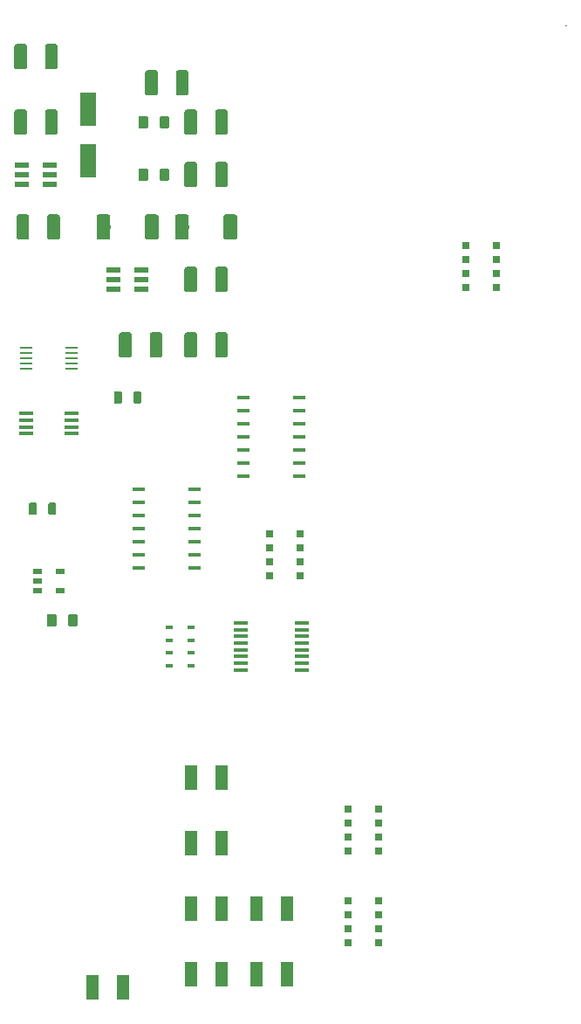
<source format=gbr>
G04 #@! TF.GenerationSoftware,KiCad,Pcbnew,(5.0.1)-3*
G04 #@! TF.CreationDate,2019-01-05T12:05:47+10:00*
G04 #@! TF.ProjectId,stmsplat1,73746D73706C6174312E6B696361645F,rev?*
G04 #@! TF.SameCoordinates,Original*
G04 #@! TF.FileFunction,Paste,Top*
G04 #@! TF.FilePolarity,Positive*
%FSLAX46Y46*%
G04 Gerber Fmt 4.6, Leading zero omitted, Abs format (unit mm)*
G04 Created by KiCad (PCBNEW (5.0.1)-3) date 05/01/2019 12:05:47*
%MOMM*%
%LPD*%
G01*
G04 APERTURE LIST*
%ADD10C,0.200000*%
%ADD11R,1.458400X0.548400*%
%ADD12R,1.348400X0.348400*%
%ADD13C,0.100000*%
%ADD14C,1.221800*%
%ADD15C,1.321800*%
%ADD16C,0.946800*%
%ADD17R,0.958400X0.548400*%
%ADD18R,0.798400X0.798400*%
%ADD19R,1.296800X2.396800*%
%ADD20R,1.596800X3.296800*%
%ADD21R,0.746800X0.346800*%
%ADD22R,1.296800X0.396800*%
%ADD23R,1.398400X0.348400*%
%ADD24R,1.298400X0.198400*%
%ADD25C,0.771800*%
G04 APERTURE END LIST*
D10*
X125100000Y-33800000D02*
X125090000Y-33790000D01*
D11*
G04 #@! TO.C,U9*
X72310000Y-47310000D03*
X72310000Y-48260000D03*
X72310000Y-49210000D03*
X75010000Y-49210000D03*
X75010000Y-47310000D03*
X75010000Y-48260000D03*
G04 #@! TD*
D12*
G04 #@! TO.C,U5*
X77130000Y-71415000D03*
X77130000Y-72065000D03*
X77130000Y-72715000D03*
X77130000Y-73365000D03*
X72730000Y-73365000D03*
X72730000Y-72715000D03*
X72730000Y-72065000D03*
X72730000Y-71415000D03*
G04 #@! TD*
D13*
G04 #@! TO.C,R1*
G36*
X72590059Y-35607632D02*
X72610867Y-35610719D01*
X72631272Y-35615830D01*
X72651078Y-35622916D01*
X72670093Y-35631910D01*
X72688136Y-35642725D01*
X72705032Y-35655255D01*
X72720618Y-35669382D01*
X72734745Y-35684968D01*
X72747275Y-35701864D01*
X72758090Y-35719907D01*
X72767084Y-35738922D01*
X72774170Y-35758728D01*
X72779281Y-35779133D01*
X72782368Y-35799941D01*
X72783400Y-35820951D01*
X72783400Y-37839049D01*
X72782368Y-37860059D01*
X72779281Y-37880867D01*
X72774170Y-37901272D01*
X72767084Y-37921078D01*
X72758090Y-37940093D01*
X72747275Y-37958136D01*
X72734745Y-37975032D01*
X72720618Y-37990618D01*
X72705032Y-38004745D01*
X72688136Y-38017275D01*
X72670093Y-38028090D01*
X72651078Y-38037084D01*
X72631272Y-38044170D01*
X72610867Y-38049281D01*
X72590059Y-38052368D01*
X72569049Y-38053400D01*
X71775951Y-38053400D01*
X71754941Y-38052368D01*
X71734133Y-38049281D01*
X71713728Y-38044170D01*
X71693922Y-38037084D01*
X71674907Y-38028090D01*
X71656864Y-38017275D01*
X71639968Y-38004745D01*
X71624382Y-37990618D01*
X71610255Y-37975032D01*
X71597725Y-37958136D01*
X71586910Y-37940093D01*
X71577916Y-37921078D01*
X71570830Y-37901272D01*
X71565719Y-37880867D01*
X71562632Y-37860059D01*
X71561600Y-37839049D01*
X71561600Y-35820951D01*
X71562632Y-35799941D01*
X71565719Y-35779133D01*
X71570830Y-35758728D01*
X71577916Y-35738922D01*
X71586910Y-35719907D01*
X71597725Y-35701864D01*
X71610255Y-35684968D01*
X71624382Y-35669382D01*
X71639968Y-35655255D01*
X71656864Y-35642725D01*
X71674907Y-35631910D01*
X71693922Y-35622916D01*
X71713728Y-35615830D01*
X71734133Y-35610719D01*
X71754941Y-35607632D01*
X71775951Y-35606600D01*
X72569049Y-35606600D01*
X72590059Y-35607632D01*
X72590059Y-35607632D01*
G37*
D14*
X72172500Y-36830000D03*
D13*
G36*
X75565059Y-35607632D02*
X75585867Y-35610719D01*
X75606272Y-35615830D01*
X75626078Y-35622916D01*
X75645093Y-35631910D01*
X75663136Y-35642725D01*
X75680032Y-35655255D01*
X75695618Y-35669382D01*
X75709745Y-35684968D01*
X75722275Y-35701864D01*
X75733090Y-35719907D01*
X75742084Y-35738922D01*
X75749170Y-35758728D01*
X75754281Y-35779133D01*
X75757368Y-35799941D01*
X75758400Y-35820951D01*
X75758400Y-37839049D01*
X75757368Y-37860059D01*
X75754281Y-37880867D01*
X75749170Y-37901272D01*
X75742084Y-37921078D01*
X75733090Y-37940093D01*
X75722275Y-37958136D01*
X75709745Y-37975032D01*
X75695618Y-37990618D01*
X75680032Y-38004745D01*
X75663136Y-38017275D01*
X75645093Y-38028090D01*
X75626078Y-38037084D01*
X75606272Y-38044170D01*
X75585867Y-38049281D01*
X75565059Y-38052368D01*
X75544049Y-38053400D01*
X74750951Y-38053400D01*
X74729941Y-38052368D01*
X74709133Y-38049281D01*
X74688728Y-38044170D01*
X74668922Y-38037084D01*
X74649907Y-38028090D01*
X74631864Y-38017275D01*
X74614968Y-38004745D01*
X74599382Y-37990618D01*
X74585255Y-37975032D01*
X74572725Y-37958136D01*
X74561910Y-37940093D01*
X74552916Y-37921078D01*
X74545830Y-37901272D01*
X74540719Y-37880867D01*
X74537632Y-37860059D01*
X74536600Y-37839049D01*
X74536600Y-35820951D01*
X74537632Y-35799941D01*
X74540719Y-35779133D01*
X74545830Y-35758728D01*
X74552916Y-35738922D01*
X74561910Y-35719907D01*
X74572725Y-35701864D01*
X74585255Y-35684968D01*
X74599382Y-35669382D01*
X74614968Y-35655255D01*
X74631864Y-35642725D01*
X74649907Y-35631910D01*
X74668922Y-35622916D01*
X74688728Y-35615830D01*
X74709133Y-35610719D01*
X74729941Y-35607632D01*
X74750951Y-35606600D01*
X75544049Y-35606600D01*
X75565059Y-35607632D01*
X75565059Y-35607632D01*
G37*
D14*
X75147500Y-36830000D03*
G04 #@! TD*
D13*
G04 #@! TO.C,R4*
G36*
X80677952Y-52117643D02*
X80698987Y-52120764D01*
X80719614Y-52125930D01*
X80739636Y-52133094D01*
X80758859Y-52142186D01*
X80777098Y-52153118D01*
X80794178Y-52165786D01*
X80809934Y-52180066D01*
X80824214Y-52195822D01*
X80836882Y-52212902D01*
X80847814Y-52231141D01*
X80856906Y-52250364D01*
X80864070Y-52270386D01*
X80869236Y-52291013D01*
X80872357Y-52312048D01*
X80873400Y-52333287D01*
X80873400Y-54346713D01*
X80872357Y-54367952D01*
X80869236Y-54388987D01*
X80864070Y-54409614D01*
X80856906Y-54429636D01*
X80847814Y-54448859D01*
X80836882Y-54467098D01*
X80824214Y-54484178D01*
X80809934Y-54499934D01*
X80794178Y-54514214D01*
X80777098Y-54526882D01*
X80758859Y-54537814D01*
X80739636Y-54546906D01*
X80719614Y-54554070D01*
X80698987Y-54559236D01*
X80677952Y-54562357D01*
X80656713Y-54563400D01*
X79768287Y-54563400D01*
X79747048Y-54562357D01*
X79726013Y-54559236D01*
X79705386Y-54554070D01*
X79685364Y-54546906D01*
X79666141Y-54537814D01*
X79647902Y-54526882D01*
X79630822Y-54514214D01*
X79615066Y-54499934D01*
X79600786Y-54484178D01*
X79588118Y-54467098D01*
X79577186Y-54448859D01*
X79568094Y-54429636D01*
X79560930Y-54409614D01*
X79555764Y-54388987D01*
X79552643Y-54367952D01*
X79551600Y-54346713D01*
X79551600Y-52333287D01*
X79552643Y-52312048D01*
X79555764Y-52291013D01*
X79560930Y-52270386D01*
X79568094Y-52250364D01*
X79577186Y-52231141D01*
X79588118Y-52212902D01*
X79600786Y-52195822D01*
X79615066Y-52180066D01*
X79630822Y-52165786D01*
X79647902Y-52153118D01*
X79666141Y-52142186D01*
X79685364Y-52133094D01*
X79705386Y-52125930D01*
X79726013Y-52120764D01*
X79747048Y-52117643D01*
X79768287Y-52116600D01*
X80656713Y-52116600D01*
X80677952Y-52117643D01*
X80677952Y-52117643D01*
G37*
D15*
X80212500Y-53340000D03*
D13*
G36*
X85352952Y-52117643D02*
X85373987Y-52120764D01*
X85394614Y-52125930D01*
X85414636Y-52133094D01*
X85433859Y-52142186D01*
X85452098Y-52153118D01*
X85469178Y-52165786D01*
X85484934Y-52180066D01*
X85499214Y-52195822D01*
X85511882Y-52212902D01*
X85522814Y-52231141D01*
X85531906Y-52250364D01*
X85539070Y-52270386D01*
X85544236Y-52291013D01*
X85547357Y-52312048D01*
X85548400Y-52333287D01*
X85548400Y-54346713D01*
X85547357Y-54367952D01*
X85544236Y-54388987D01*
X85539070Y-54409614D01*
X85531906Y-54429636D01*
X85522814Y-54448859D01*
X85511882Y-54467098D01*
X85499214Y-54484178D01*
X85484934Y-54499934D01*
X85469178Y-54514214D01*
X85452098Y-54526882D01*
X85433859Y-54537814D01*
X85414636Y-54546906D01*
X85394614Y-54554070D01*
X85373987Y-54559236D01*
X85352952Y-54562357D01*
X85331713Y-54563400D01*
X84443287Y-54563400D01*
X84422048Y-54562357D01*
X84401013Y-54559236D01*
X84380386Y-54554070D01*
X84360364Y-54546906D01*
X84341141Y-54537814D01*
X84322902Y-54526882D01*
X84305822Y-54514214D01*
X84290066Y-54499934D01*
X84275786Y-54484178D01*
X84263118Y-54467098D01*
X84252186Y-54448859D01*
X84243094Y-54429636D01*
X84235930Y-54409614D01*
X84230764Y-54388987D01*
X84227643Y-54367952D01*
X84226600Y-54346713D01*
X84226600Y-52333287D01*
X84227643Y-52312048D01*
X84230764Y-52291013D01*
X84235930Y-52270386D01*
X84243094Y-52250364D01*
X84252186Y-52231141D01*
X84263118Y-52212902D01*
X84275786Y-52195822D01*
X84290066Y-52180066D01*
X84305822Y-52165786D01*
X84322902Y-52153118D01*
X84341141Y-52142186D01*
X84360364Y-52133094D01*
X84380386Y-52125930D01*
X84401013Y-52120764D01*
X84422048Y-52117643D01*
X84443287Y-52116600D01*
X85331713Y-52116600D01*
X85352952Y-52117643D01*
X85352952Y-52117643D01*
G37*
D15*
X84887500Y-53340000D03*
G04 #@! TD*
D13*
G04 #@! TO.C,R5*
G36*
X88297952Y-52117643D02*
X88318987Y-52120764D01*
X88339614Y-52125930D01*
X88359636Y-52133094D01*
X88378859Y-52142186D01*
X88397098Y-52153118D01*
X88414178Y-52165786D01*
X88429934Y-52180066D01*
X88444214Y-52195822D01*
X88456882Y-52212902D01*
X88467814Y-52231141D01*
X88476906Y-52250364D01*
X88484070Y-52270386D01*
X88489236Y-52291013D01*
X88492357Y-52312048D01*
X88493400Y-52333287D01*
X88493400Y-54346713D01*
X88492357Y-54367952D01*
X88489236Y-54388987D01*
X88484070Y-54409614D01*
X88476906Y-54429636D01*
X88467814Y-54448859D01*
X88456882Y-54467098D01*
X88444214Y-54484178D01*
X88429934Y-54499934D01*
X88414178Y-54514214D01*
X88397098Y-54526882D01*
X88378859Y-54537814D01*
X88359636Y-54546906D01*
X88339614Y-54554070D01*
X88318987Y-54559236D01*
X88297952Y-54562357D01*
X88276713Y-54563400D01*
X87388287Y-54563400D01*
X87367048Y-54562357D01*
X87346013Y-54559236D01*
X87325386Y-54554070D01*
X87305364Y-54546906D01*
X87286141Y-54537814D01*
X87267902Y-54526882D01*
X87250822Y-54514214D01*
X87235066Y-54499934D01*
X87220786Y-54484178D01*
X87208118Y-54467098D01*
X87197186Y-54448859D01*
X87188094Y-54429636D01*
X87180930Y-54409614D01*
X87175764Y-54388987D01*
X87172643Y-54367952D01*
X87171600Y-54346713D01*
X87171600Y-52333287D01*
X87172643Y-52312048D01*
X87175764Y-52291013D01*
X87180930Y-52270386D01*
X87188094Y-52250364D01*
X87197186Y-52231141D01*
X87208118Y-52212902D01*
X87220786Y-52195822D01*
X87235066Y-52180066D01*
X87250822Y-52165786D01*
X87267902Y-52153118D01*
X87286141Y-52142186D01*
X87305364Y-52133094D01*
X87325386Y-52125930D01*
X87346013Y-52120764D01*
X87367048Y-52117643D01*
X87388287Y-52116600D01*
X88276713Y-52116600D01*
X88297952Y-52117643D01*
X88297952Y-52117643D01*
G37*
D15*
X87832500Y-53340000D03*
D13*
G36*
X92972952Y-52117643D02*
X92993987Y-52120764D01*
X93014614Y-52125930D01*
X93034636Y-52133094D01*
X93053859Y-52142186D01*
X93072098Y-52153118D01*
X93089178Y-52165786D01*
X93104934Y-52180066D01*
X93119214Y-52195822D01*
X93131882Y-52212902D01*
X93142814Y-52231141D01*
X93151906Y-52250364D01*
X93159070Y-52270386D01*
X93164236Y-52291013D01*
X93167357Y-52312048D01*
X93168400Y-52333287D01*
X93168400Y-54346713D01*
X93167357Y-54367952D01*
X93164236Y-54388987D01*
X93159070Y-54409614D01*
X93151906Y-54429636D01*
X93142814Y-54448859D01*
X93131882Y-54467098D01*
X93119214Y-54484178D01*
X93104934Y-54499934D01*
X93089178Y-54514214D01*
X93072098Y-54526882D01*
X93053859Y-54537814D01*
X93034636Y-54546906D01*
X93014614Y-54554070D01*
X92993987Y-54559236D01*
X92972952Y-54562357D01*
X92951713Y-54563400D01*
X92063287Y-54563400D01*
X92042048Y-54562357D01*
X92021013Y-54559236D01*
X92000386Y-54554070D01*
X91980364Y-54546906D01*
X91961141Y-54537814D01*
X91942902Y-54526882D01*
X91925822Y-54514214D01*
X91910066Y-54499934D01*
X91895786Y-54484178D01*
X91883118Y-54467098D01*
X91872186Y-54448859D01*
X91863094Y-54429636D01*
X91855930Y-54409614D01*
X91850764Y-54388987D01*
X91847643Y-54367952D01*
X91846600Y-54346713D01*
X91846600Y-52333287D01*
X91847643Y-52312048D01*
X91850764Y-52291013D01*
X91855930Y-52270386D01*
X91863094Y-52250364D01*
X91872186Y-52231141D01*
X91883118Y-52212902D01*
X91895786Y-52195822D01*
X91910066Y-52180066D01*
X91925822Y-52165786D01*
X91942902Y-52153118D01*
X91961141Y-52142186D01*
X91980364Y-52133094D01*
X92000386Y-52125930D01*
X92021013Y-52120764D01*
X92042048Y-52117643D01*
X92063287Y-52116600D01*
X92951713Y-52116600D01*
X92972952Y-52117643D01*
X92972952Y-52117643D01*
G37*
D15*
X92507500Y-53340000D03*
G04 #@! TD*
D13*
G04 #@! TO.C,C20*
G36*
X77512749Y-90842591D02*
X77532729Y-90845555D01*
X77552323Y-90850463D01*
X77571341Y-90857267D01*
X77589600Y-90865904D01*
X77606925Y-90876288D01*
X77623149Y-90888320D01*
X77638115Y-90901885D01*
X77651680Y-90916851D01*
X77663712Y-90933075D01*
X77674096Y-90950400D01*
X77682733Y-90968659D01*
X77689537Y-90987677D01*
X77694445Y-91007271D01*
X77697409Y-91027251D01*
X77698400Y-91047425D01*
X77698400Y-91832575D01*
X77697409Y-91852749D01*
X77694445Y-91872729D01*
X77689537Y-91892323D01*
X77682733Y-91911341D01*
X77674096Y-91929600D01*
X77663712Y-91946925D01*
X77651680Y-91963149D01*
X77638115Y-91978115D01*
X77623149Y-91991680D01*
X77606925Y-92003712D01*
X77589600Y-92014096D01*
X77571341Y-92022733D01*
X77552323Y-92029537D01*
X77532729Y-92034445D01*
X77512749Y-92037409D01*
X77492575Y-92038400D01*
X76957425Y-92038400D01*
X76937251Y-92037409D01*
X76917271Y-92034445D01*
X76897677Y-92029537D01*
X76878659Y-92022733D01*
X76860400Y-92014096D01*
X76843075Y-92003712D01*
X76826851Y-91991680D01*
X76811885Y-91978115D01*
X76798320Y-91963149D01*
X76786288Y-91946925D01*
X76775904Y-91929600D01*
X76767267Y-91911341D01*
X76760463Y-91892323D01*
X76755555Y-91872729D01*
X76752591Y-91852749D01*
X76751600Y-91832575D01*
X76751600Y-91047425D01*
X76752591Y-91027251D01*
X76755555Y-91007271D01*
X76760463Y-90987677D01*
X76767267Y-90968659D01*
X76775904Y-90950400D01*
X76786288Y-90933075D01*
X76798320Y-90916851D01*
X76811885Y-90901885D01*
X76826851Y-90888320D01*
X76843075Y-90876288D01*
X76860400Y-90865904D01*
X76878659Y-90857267D01*
X76897677Y-90850463D01*
X76917271Y-90845555D01*
X76937251Y-90842591D01*
X76957425Y-90841600D01*
X77492575Y-90841600D01*
X77512749Y-90842591D01*
X77512749Y-90842591D01*
G37*
D16*
X77225000Y-91440000D03*
D13*
G36*
X75462749Y-90842591D02*
X75482729Y-90845555D01*
X75502323Y-90850463D01*
X75521341Y-90857267D01*
X75539600Y-90865904D01*
X75556925Y-90876288D01*
X75573149Y-90888320D01*
X75588115Y-90901885D01*
X75601680Y-90916851D01*
X75613712Y-90933075D01*
X75624096Y-90950400D01*
X75632733Y-90968659D01*
X75639537Y-90987677D01*
X75644445Y-91007271D01*
X75647409Y-91027251D01*
X75648400Y-91047425D01*
X75648400Y-91832575D01*
X75647409Y-91852749D01*
X75644445Y-91872729D01*
X75639537Y-91892323D01*
X75632733Y-91911341D01*
X75624096Y-91929600D01*
X75613712Y-91946925D01*
X75601680Y-91963149D01*
X75588115Y-91978115D01*
X75573149Y-91991680D01*
X75556925Y-92003712D01*
X75539600Y-92014096D01*
X75521341Y-92022733D01*
X75502323Y-92029537D01*
X75482729Y-92034445D01*
X75462749Y-92037409D01*
X75442575Y-92038400D01*
X74907425Y-92038400D01*
X74887251Y-92037409D01*
X74867271Y-92034445D01*
X74847677Y-92029537D01*
X74828659Y-92022733D01*
X74810400Y-92014096D01*
X74793075Y-92003712D01*
X74776851Y-91991680D01*
X74761885Y-91978115D01*
X74748320Y-91963149D01*
X74736288Y-91946925D01*
X74725904Y-91929600D01*
X74717267Y-91911341D01*
X74710463Y-91892323D01*
X74705555Y-91872729D01*
X74702591Y-91852749D01*
X74701600Y-91832575D01*
X74701600Y-91047425D01*
X74702591Y-91027251D01*
X74705555Y-91007271D01*
X74710463Y-90987677D01*
X74717267Y-90968659D01*
X74725904Y-90950400D01*
X74736288Y-90933075D01*
X74748320Y-90916851D01*
X74761885Y-90901885D01*
X74776851Y-90888320D01*
X74793075Y-90876288D01*
X74810400Y-90865904D01*
X74828659Y-90857267D01*
X74847677Y-90850463D01*
X74867271Y-90845555D01*
X74887251Y-90842591D01*
X74907425Y-90841600D01*
X75442575Y-90841600D01*
X75462749Y-90842591D01*
X75462749Y-90842591D01*
G37*
D16*
X75175000Y-91440000D03*
G04 #@! TD*
D17*
G04 #@! TO.C,U12*
X73830000Y-86680000D03*
X73830000Y-87630000D03*
X73830000Y-88580000D03*
X76030000Y-88580000D03*
X76030000Y-86680000D03*
G04 #@! TD*
D18*
G04 #@! TO.C,RN4*
X115340000Y-55150000D03*
X115340000Y-59150000D03*
X115340000Y-56490000D03*
X115340000Y-57810000D03*
X118340000Y-56490000D03*
X118340000Y-55150000D03*
X118340000Y-59150000D03*
X118340000Y-57810000D03*
G04 #@! TD*
D19*
G04 #@! TO.C,D8*
X79145000Y-127000000D03*
X82145000Y-127000000D03*
G04 #@! TD*
D20*
G04 #@! TO.C,D7*
X78740000Y-46950000D03*
X78740000Y-41950000D03*
G04 #@! TD*
D19*
G04 #@! TO.C,D1*
X88670000Y-106680000D03*
X91670000Y-106680000D03*
G04 #@! TD*
G04 #@! TO.C,D2*
X91670000Y-113030000D03*
X88670000Y-113030000D03*
G04 #@! TD*
G04 #@! TO.C,D5*
X95020000Y-119380000D03*
X98020000Y-119380000D03*
G04 #@! TD*
G04 #@! TO.C,D6*
X98020000Y-125730000D03*
X95020000Y-125730000D03*
G04 #@! TD*
D18*
G04 #@! TO.C,RN2*
X106910000Y-121310000D03*
X106910000Y-122650000D03*
X106910000Y-118650000D03*
X106910000Y-119990000D03*
X103910000Y-121310000D03*
X103910000Y-119990000D03*
X103910000Y-122650000D03*
X103910000Y-118650000D03*
G04 #@! TD*
G04 #@! TO.C,RN3*
X103910000Y-109760000D03*
X103910000Y-113760000D03*
X103910000Y-111100000D03*
X103910000Y-112420000D03*
X106910000Y-111100000D03*
X106910000Y-109760000D03*
X106910000Y-113760000D03*
X106910000Y-112420000D03*
G04 #@! TD*
D19*
G04 #@! TO.C,D4*
X91670000Y-125730000D03*
X88670000Y-125730000D03*
G04 #@! TD*
G04 #@! TO.C,D3*
X88670000Y-119380000D03*
X91670000Y-119380000D03*
G04 #@! TD*
D21*
G04 #@! TO.C,U10*
X86555000Y-95855000D03*
X86555000Y-92105000D03*
X86555000Y-93355000D03*
X86555000Y-94605000D03*
X88705000Y-92105000D03*
X88705000Y-93355000D03*
X88705000Y-94605000D03*
X88705000Y-95855000D03*
G04 #@! TD*
D13*
G04 #@! TO.C,C11*
G36*
X92075059Y-57197632D02*
X92095867Y-57200719D01*
X92116272Y-57205830D01*
X92136078Y-57212916D01*
X92155093Y-57221910D01*
X92173136Y-57232725D01*
X92190032Y-57245255D01*
X92205618Y-57259382D01*
X92219745Y-57274968D01*
X92232275Y-57291864D01*
X92243090Y-57309907D01*
X92252084Y-57328922D01*
X92259170Y-57348728D01*
X92264281Y-57369133D01*
X92267368Y-57389941D01*
X92268400Y-57410951D01*
X92268400Y-59429049D01*
X92267368Y-59450059D01*
X92264281Y-59470867D01*
X92259170Y-59491272D01*
X92252084Y-59511078D01*
X92243090Y-59530093D01*
X92232275Y-59548136D01*
X92219745Y-59565032D01*
X92205618Y-59580618D01*
X92190032Y-59594745D01*
X92173136Y-59607275D01*
X92155093Y-59618090D01*
X92136078Y-59627084D01*
X92116272Y-59634170D01*
X92095867Y-59639281D01*
X92075059Y-59642368D01*
X92054049Y-59643400D01*
X91260951Y-59643400D01*
X91239941Y-59642368D01*
X91219133Y-59639281D01*
X91198728Y-59634170D01*
X91178922Y-59627084D01*
X91159907Y-59618090D01*
X91141864Y-59607275D01*
X91124968Y-59594745D01*
X91109382Y-59580618D01*
X91095255Y-59565032D01*
X91082725Y-59548136D01*
X91071910Y-59530093D01*
X91062916Y-59511078D01*
X91055830Y-59491272D01*
X91050719Y-59470867D01*
X91047632Y-59450059D01*
X91046600Y-59429049D01*
X91046600Y-57410951D01*
X91047632Y-57389941D01*
X91050719Y-57369133D01*
X91055830Y-57348728D01*
X91062916Y-57328922D01*
X91071910Y-57309907D01*
X91082725Y-57291864D01*
X91095255Y-57274968D01*
X91109382Y-57259382D01*
X91124968Y-57245255D01*
X91141864Y-57232725D01*
X91159907Y-57221910D01*
X91178922Y-57212916D01*
X91198728Y-57205830D01*
X91219133Y-57200719D01*
X91239941Y-57197632D01*
X91260951Y-57196600D01*
X92054049Y-57196600D01*
X92075059Y-57197632D01*
X92075059Y-57197632D01*
G37*
D14*
X91657500Y-58420000D03*
D13*
G36*
X89100059Y-57197632D02*
X89120867Y-57200719D01*
X89141272Y-57205830D01*
X89161078Y-57212916D01*
X89180093Y-57221910D01*
X89198136Y-57232725D01*
X89215032Y-57245255D01*
X89230618Y-57259382D01*
X89244745Y-57274968D01*
X89257275Y-57291864D01*
X89268090Y-57309907D01*
X89277084Y-57328922D01*
X89284170Y-57348728D01*
X89289281Y-57369133D01*
X89292368Y-57389941D01*
X89293400Y-57410951D01*
X89293400Y-59429049D01*
X89292368Y-59450059D01*
X89289281Y-59470867D01*
X89284170Y-59491272D01*
X89277084Y-59511078D01*
X89268090Y-59530093D01*
X89257275Y-59548136D01*
X89244745Y-59565032D01*
X89230618Y-59580618D01*
X89215032Y-59594745D01*
X89198136Y-59607275D01*
X89180093Y-59618090D01*
X89161078Y-59627084D01*
X89141272Y-59634170D01*
X89120867Y-59639281D01*
X89100059Y-59642368D01*
X89079049Y-59643400D01*
X88285951Y-59643400D01*
X88264941Y-59642368D01*
X88244133Y-59639281D01*
X88223728Y-59634170D01*
X88203922Y-59627084D01*
X88184907Y-59618090D01*
X88166864Y-59607275D01*
X88149968Y-59594745D01*
X88134382Y-59580618D01*
X88120255Y-59565032D01*
X88107725Y-59548136D01*
X88096910Y-59530093D01*
X88087916Y-59511078D01*
X88080830Y-59491272D01*
X88075719Y-59470867D01*
X88072632Y-59450059D01*
X88071600Y-59429049D01*
X88071600Y-57410951D01*
X88072632Y-57389941D01*
X88075719Y-57369133D01*
X88080830Y-57348728D01*
X88087916Y-57328922D01*
X88096910Y-57309907D01*
X88107725Y-57291864D01*
X88120255Y-57274968D01*
X88134382Y-57259382D01*
X88149968Y-57245255D01*
X88166864Y-57232725D01*
X88184907Y-57221910D01*
X88203922Y-57212916D01*
X88223728Y-57205830D01*
X88244133Y-57200719D01*
X88264941Y-57197632D01*
X88285951Y-57196600D01*
X89079049Y-57196600D01*
X89100059Y-57197632D01*
X89100059Y-57197632D01*
G37*
D14*
X88682500Y-58420000D03*
G04 #@! TD*
D13*
G04 #@! TO.C,C10*
G36*
X88265059Y-38147632D02*
X88285867Y-38150719D01*
X88306272Y-38155830D01*
X88326078Y-38162916D01*
X88345093Y-38171910D01*
X88363136Y-38182725D01*
X88380032Y-38195255D01*
X88395618Y-38209382D01*
X88409745Y-38224968D01*
X88422275Y-38241864D01*
X88433090Y-38259907D01*
X88442084Y-38278922D01*
X88449170Y-38298728D01*
X88454281Y-38319133D01*
X88457368Y-38339941D01*
X88458400Y-38360951D01*
X88458400Y-40379049D01*
X88457368Y-40400059D01*
X88454281Y-40420867D01*
X88449170Y-40441272D01*
X88442084Y-40461078D01*
X88433090Y-40480093D01*
X88422275Y-40498136D01*
X88409745Y-40515032D01*
X88395618Y-40530618D01*
X88380032Y-40544745D01*
X88363136Y-40557275D01*
X88345093Y-40568090D01*
X88326078Y-40577084D01*
X88306272Y-40584170D01*
X88285867Y-40589281D01*
X88265059Y-40592368D01*
X88244049Y-40593400D01*
X87450951Y-40593400D01*
X87429941Y-40592368D01*
X87409133Y-40589281D01*
X87388728Y-40584170D01*
X87368922Y-40577084D01*
X87349907Y-40568090D01*
X87331864Y-40557275D01*
X87314968Y-40544745D01*
X87299382Y-40530618D01*
X87285255Y-40515032D01*
X87272725Y-40498136D01*
X87261910Y-40480093D01*
X87252916Y-40461078D01*
X87245830Y-40441272D01*
X87240719Y-40420867D01*
X87237632Y-40400059D01*
X87236600Y-40379049D01*
X87236600Y-38360951D01*
X87237632Y-38339941D01*
X87240719Y-38319133D01*
X87245830Y-38298728D01*
X87252916Y-38278922D01*
X87261910Y-38259907D01*
X87272725Y-38241864D01*
X87285255Y-38224968D01*
X87299382Y-38209382D01*
X87314968Y-38195255D01*
X87331864Y-38182725D01*
X87349907Y-38171910D01*
X87368922Y-38162916D01*
X87388728Y-38155830D01*
X87409133Y-38150719D01*
X87429941Y-38147632D01*
X87450951Y-38146600D01*
X88244049Y-38146600D01*
X88265059Y-38147632D01*
X88265059Y-38147632D01*
G37*
D14*
X87847500Y-39370000D03*
D13*
G36*
X85290059Y-38147632D02*
X85310867Y-38150719D01*
X85331272Y-38155830D01*
X85351078Y-38162916D01*
X85370093Y-38171910D01*
X85388136Y-38182725D01*
X85405032Y-38195255D01*
X85420618Y-38209382D01*
X85434745Y-38224968D01*
X85447275Y-38241864D01*
X85458090Y-38259907D01*
X85467084Y-38278922D01*
X85474170Y-38298728D01*
X85479281Y-38319133D01*
X85482368Y-38339941D01*
X85483400Y-38360951D01*
X85483400Y-40379049D01*
X85482368Y-40400059D01*
X85479281Y-40420867D01*
X85474170Y-40441272D01*
X85467084Y-40461078D01*
X85458090Y-40480093D01*
X85447275Y-40498136D01*
X85434745Y-40515032D01*
X85420618Y-40530618D01*
X85405032Y-40544745D01*
X85388136Y-40557275D01*
X85370093Y-40568090D01*
X85351078Y-40577084D01*
X85331272Y-40584170D01*
X85310867Y-40589281D01*
X85290059Y-40592368D01*
X85269049Y-40593400D01*
X84475951Y-40593400D01*
X84454941Y-40592368D01*
X84434133Y-40589281D01*
X84413728Y-40584170D01*
X84393922Y-40577084D01*
X84374907Y-40568090D01*
X84356864Y-40557275D01*
X84339968Y-40544745D01*
X84324382Y-40530618D01*
X84310255Y-40515032D01*
X84297725Y-40498136D01*
X84286910Y-40480093D01*
X84277916Y-40461078D01*
X84270830Y-40441272D01*
X84265719Y-40420867D01*
X84262632Y-40400059D01*
X84261600Y-40379049D01*
X84261600Y-38360951D01*
X84262632Y-38339941D01*
X84265719Y-38319133D01*
X84270830Y-38298728D01*
X84277916Y-38278922D01*
X84286910Y-38259907D01*
X84297725Y-38241864D01*
X84310255Y-38224968D01*
X84324382Y-38209382D01*
X84339968Y-38195255D01*
X84356864Y-38182725D01*
X84374907Y-38171910D01*
X84393922Y-38162916D01*
X84413728Y-38155830D01*
X84434133Y-38150719D01*
X84454941Y-38147632D01*
X84475951Y-38146600D01*
X85269049Y-38146600D01*
X85290059Y-38147632D01*
X85290059Y-38147632D01*
G37*
D14*
X84872500Y-39370000D03*
G04 #@! TD*
D13*
G04 #@! TO.C,C9*
G36*
X72807559Y-52117632D02*
X72828367Y-52120719D01*
X72848772Y-52125830D01*
X72868578Y-52132916D01*
X72887593Y-52141910D01*
X72905636Y-52152725D01*
X72922532Y-52165255D01*
X72938118Y-52179382D01*
X72952245Y-52194968D01*
X72964775Y-52211864D01*
X72975590Y-52229907D01*
X72984584Y-52248922D01*
X72991670Y-52268728D01*
X72996781Y-52289133D01*
X72999868Y-52309941D01*
X73000900Y-52330951D01*
X73000900Y-54349049D01*
X72999868Y-54370059D01*
X72996781Y-54390867D01*
X72991670Y-54411272D01*
X72984584Y-54431078D01*
X72975590Y-54450093D01*
X72964775Y-54468136D01*
X72952245Y-54485032D01*
X72938118Y-54500618D01*
X72922532Y-54514745D01*
X72905636Y-54527275D01*
X72887593Y-54538090D01*
X72868578Y-54547084D01*
X72848772Y-54554170D01*
X72828367Y-54559281D01*
X72807559Y-54562368D01*
X72786549Y-54563400D01*
X71993451Y-54563400D01*
X71972441Y-54562368D01*
X71951633Y-54559281D01*
X71931228Y-54554170D01*
X71911422Y-54547084D01*
X71892407Y-54538090D01*
X71874364Y-54527275D01*
X71857468Y-54514745D01*
X71841882Y-54500618D01*
X71827755Y-54485032D01*
X71815225Y-54468136D01*
X71804410Y-54450093D01*
X71795416Y-54431078D01*
X71788330Y-54411272D01*
X71783219Y-54390867D01*
X71780132Y-54370059D01*
X71779100Y-54349049D01*
X71779100Y-52330951D01*
X71780132Y-52309941D01*
X71783219Y-52289133D01*
X71788330Y-52268728D01*
X71795416Y-52248922D01*
X71804410Y-52229907D01*
X71815225Y-52211864D01*
X71827755Y-52194968D01*
X71841882Y-52179382D01*
X71857468Y-52165255D01*
X71874364Y-52152725D01*
X71892407Y-52141910D01*
X71911422Y-52132916D01*
X71931228Y-52125830D01*
X71951633Y-52120719D01*
X71972441Y-52117632D01*
X71993451Y-52116600D01*
X72786549Y-52116600D01*
X72807559Y-52117632D01*
X72807559Y-52117632D01*
G37*
D14*
X72390000Y-53340000D03*
D13*
G36*
X75782559Y-52117632D02*
X75803367Y-52120719D01*
X75823772Y-52125830D01*
X75843578Y-52132916D01*
X75862593Y-52141910D01*
X75880636Y-52152725D01*
X75897532Y-52165255D01*
X75913118Y-52179382D01*
X75927245Y-52194968D01*
X75939775Y-52211864D01*
X75950590Y-52229907D01*
X75959584Y-52248922D01*
X75966670Y-52268728D01*
X75971781Y-52289133D01*
X75974868Y-52309941D01*
X75975900Y-52330951D01*
X75975900Y-54349049D01*
X75974868Y-54370059D01*
X75971781Y-54390867D01*
X75966670Y-54411272D01*
X75959584Y-54431078D01*
X75950590Y-54450093D01*
X75939775Y-54468136D01*
X75927245Y-54485032D01*
X75913118Y-54500618D01*
X75897532Y-54514745D01*
X75880636Y-54527275D01*
X75862593Y-54538090D01*
X75843578Y-54547084D01*
X75823772Y-54554170D01*
X75803367Y-54559281D01*
X75782559Y-54562368D01*
X75761549Y-54563400D01*
X74968451Y-54563400D01*
X74947441Y-54562368D01*
X74926633Y-54559281D01*
X74906228Y-54554170D01*
X74886422Y-54547084D01*
X74867407Y-54538090D01*
X74849364Y-54527275D01*
X74832468Y-54514745D01*
X74816882Y-54500618D01*
X74802755Y-54485032D01*
X74790225Y-54468136D01*
X74779410Y-54450093D01*
X74770416Y-54431078D01*
X74763330Y-54411272D01*
X74758219Y-54390867D01*
X74755132Y-54370059D01*
X74754100Y-54349049D01*
X74754100Y-52330951D01*
X74755132Y-52309941D01*
X74758219Y-52289133D01*
X74763330Y-52268728D01*
X74770416Y-52248922D01*
X74779410Y-52229907D01*
X74790225Y-52211864D01*
X74802755Y-52194968D01*
X74816882Y-52179382D01*
X74832468Y-52165255D01*
X74849364Y-52152725D01*
X74867407Y-52141910D01*
X74886422Y-52132916D01*
X74906228Y-52125830D01*
X74926633Y-52120719D01*
X74947441Y-52117632D01*
X74968451Y-52116600D01*
X75761549Y-52116600D01*
X75782559Y-52117632D01*
X75782559Y-52117632D01*
G37*
D14*
X75365000Y-53340000D03*
G04 #@! TD*
D13*
G04 #@! TO.C,C7*
G36*
X82750059Y-63547632D02*
X82770867Y-63550719D01*
X82791272Y-63555830D01*
X82811078Y-63562916D01*
X82830093Y-63571910D01*
X82848136Y-63582725D01*
X82865032Y-63595255D01*
X82880618Y-63609382D01*
X82894745Y-63624968D01*
X82907275Y-63641864D01*
X82918090Y-63659907D01*
X82927084Y-63678922D01*
X82934170Y-63698728D01*
X82939281Y-63719133D01*
X82942368Y-63739941D01*
X82943400Y-63760951D01*
X82943400Y-65779049D01*
X82942368Y-65800059D01*
X82939281Y-65820867D01*
X82934170Y-65841272D01*
X82927084Y-65861078D01*
X82918090Y-65880093D01*
X82907275Y-65898136D01*
X82894745Y-65915032D01*
X82880618Y-65930618D01*
X82865032Y-65944745D01*
X82848136Y-65957275D01*
X82830093Y-65968090D01*
X82811078Y-65977084D01*
X82791272Y-65984170D01*
X82770867Y-65989281D01*
X82750059Y-65992368D01*
X82729049Y-65993400D01*
X81935951Y-65993400D01*
X81914941Y-65992368D01*
X81894133Y-65989281D01*
X81873728Y-65984170D01*
X81853922Y-65977084D01*
X81834907Y-65968090D01*
X81816864Y-65957275D01*
X81799968Y-65944745D01*
X81784382Y-65930618D01*
X81770255Y-65915032D01*
X81757725Y-65898136D01*
X81746910Y-65880093D01*
X81737916Y-65861078D01*
X81730830Y-65841272D01*
X81725719Y-65820867D01*
X81722632Y-65800059D01*
X81721600Y-65779049D01*
X81721600Y-63760951D01*
X81722632Y-63739941D01*
X81725719Y-63719133D01*
X81730830Y-63698728D01*
X81737916Y-63678922D01*
X81746910Y-63659907D01*
X81757725Y-63641864D01*
X81770255Y-63624968D01*
X81784382Y-63609382D01*
X81799968Y-63595255D01*
X81816864Y-63582725D01*
X81834907Y-63571910D01*
X81853922Y-63562916D01*
X81873728Y-63555830D01*
X81894133Y-63550719D01*
X81914941Y-63547632D01*
X81935951Y-63546600D01*
X82729049Y-63546600D01*
X82750059Y-63547632D01*
X82750059Y-63547632D01*
G37*
D14*
X82332500Y-64770000D03*
D13*
G36*
X85725059Y-63547632D02*
X85745867Y-63550719D01*
X85766272Y-63555830D01*
X85786078Y-63562916D01*
X85805093Y-63571910D01*
X85823136Y-63582725D01*
X85840032Y-63595255D01*
X85855618Y-63609382D01*
X85869745Y-63624968D01*
X85882275Y-63641864D01*
X85893090Y-63659907D01*
X85902084Y-63678922D01*
X85909170Y-63698728D01*
X85914281Y-63719133D01*
X85917368Y-63739941D01*
X85918400Y-63760951D01*
X85918400Y-65779049D01*
X85917368Y-65800059D01*
X85914281Y-65820867D01*
X85909170Y-65841272D01*
X85902084Y-65861078D01*
X85893090Y-65880093D01*
X85882275Y-65898136D01*
X85869745Y-65915032D01*
X85855618Y-65930618D01*
X85840032Y-65944745D01*
X85823136Y-65957275D01*
X85805093Y-65968090D01*
X85786078Y-65977084D01*
X85766272Y-65984170D01*
X85745867Y-65989281D01*
X85725059Y-65992368D01*
X85704049Y-65993400D01*
X84910951Y-65993400D01*
X84889941Y-65992368D01*
X84869133Y-65989281D01*
X84848728Y-65984170D01*
X84828922Y-65977084D01*
X84809907Y-65968090D01*
X84791864Y-65957275D01*
X84774968Y-65944745D01*
X84759382Y-65930618D01*
X84745255Y-65915032D01*
X84732725Y-65898136D01*
X84721910Y-65880093D01*
X84712916Y-65861078D01*
X84705830Y-65841272D01*
X84700719Y-65820867D01*
X84697632Y-65800059D01*
X84696600Y-65779049D01*
X84696600Y-63760951D01*
X84697632Y-63739941D01*
X84700719Y-63719133D01*
X84705830Y-63698728D01*
X84712916Y-63678922D01*
X84721910Y-63659907D01*
X84732725Y-63641864D01*
X84745255Y-63624968D01*
X84759382Y-63609382D01*
X84774968Y-63595255D01*
X84791864Y-63582725D01*
X84809907Y-63571910D01*
X84828922Y-63562916D01*
X84848728Y-63555830D01*
X84869133Y-63550719D01*
X84889941Y-63547632D01*
X84910951Y-63546600D01*
X85704049Y-63546600D01*
X85725059Y-63547632D01*
X85725059Y-63547632D01*
G37*
D14*
X85307500Y-64770000D03*
G04 #@! TD*
D13*
G04 #@! TO.C,C6*
G36*
X92075059Y-63547632D02*
X92095867Y-63550719D01*
X92116272Y-63555830D01*
X92136078Y-63562916D01*
X92155093Y-63571910D01*
X92173136Y-63582725D01*
X92190032Y-63595255D01*
X92205618Y-63609382D01*
X92219745Y-63624968D01*
X92232275Y-63641864D01*
X92243090Y-63659907D01*
X92252084Y-63678922D01*
X92259170Y-63698728D01*
X92264281Y-63719133D01*
X92267368Y-63739941D01*
X92268400Y-63760951D01*
X92268400Y-65779049D01*
X92267368Y-65800059D01*
X92264281Y-65820867D01*
X92259170Y-65841272D01*
X92252084Y-65861078D01*
X92243090Y-65880093D01*
X92232275Y-65898136D01*
X92219745Y-65915032D01*
X92205618Y-65930618D01*
X92190032Y-65944745D01*
X92173136Y-65957275D01*
X92155093Y-65968090D01*
X92136078Y-65977084D01*
X92116272Y-65984170D01*
X92095867Y-65989281D01*
X92075059Y-65992368D01*
X92054049Y-65993400D01*
X91260951Y-65993400D01*
X91239941Y-65992368D01*
X91219133Y-65989281D01*
X91198728Y-65984170D01*
X91178922Y-65977084D01*
X91159907Y-65968090D01*
X91141864Y-65957275D01*
X91124968Y-65944745D01*
X91109382Y-65930618D01*
X91095255Y-65915032D01*
X91082725Y-65898136D01*
X91071910Y-65880093D01*
X91062916Y-65861078D01*
X91055830Y-65841272D01*
X91050719Y-65820867D01*
X91047632Y-65800059D01*
X91046600Y-65779049D01*
X91046600Y-63760951D01*
X91047632Y-63739941D01*
X91050719Y-63719133D01*
X91055830Y-63698728D01*
X91062916Y-63678922D01*
X91071910Y-63659907D01*
X91082725Y-63641864D01*
X91095255Y-63624968D01*
X91109382Y-63609382D01*
X91124968Y-63595255D01*
X91141864Y-63582725D01*
X91159907Y-63571910D01*
X91178922Y-63562916D01*
X91198728Y-63555830D01*
X91219133Y-63550719D01*
X91239941Y-63547632D01*
X91260951Y-63546600D01*
X92054049Y-63546600D01*
X92075059Y-63547632D01*
X92075059Y-63547632D01*
G37*
D14*
X91657500Y-64770000D03*
D13*
G36*
X89100059Y-63547632D02*
X89120867Y-63550719D01*
X89141272Y-63555830D01*
X89161078Y-63562916D01*
X89180093Y-63571910D01*
X89198136Y-63582725D01*
X89215032Y-63595255D01*
X89230618Y-63609382D01*
X89244745Y-63624968D01*
X89257275Y-63641864D01*
X89268090Y-63659907D01*
X89277084Y-63678922D01*
X89284170Y-63698728D01*
X89289281Y-63719133D01*
X89292368Y-63739941D01*
X89293400Y-63760951D01*
X89293400Y-65779049D01*
X89292368Y-65800059D01*
X89289281Y-65820867D01*
X89284170Y-65841272D01*
X89277084Y-65861078D01*
X89268090Y-65880093D01*
X89257275Y-65898136D01*
X89244745Y-65915032D01*
X89230618Y-65930618D01*
X89215032Y-65944745D01*
X89198136Y-65957275D01*
X89180093Y-65968090D01*
X89161078Y-65977084D01*
X89141272Y-65984170D01*
X89120867Y-65989281D01*
X89100059Y-65992368D01*
X89079049Y-65993400D01*
X88285951Y-65993400D01*
X88264941Y-65992368D01*
X88244133Y-65989281D01*
X88223728Y-65984170D01*
X88203922Y-65977084D01*
X88184907Y-65968090D01*
X88166864Y-65957275D01*
X88149968Y-65944745D01*
X88134382Y-65930618D01*
X88120255Y-65915032D01*
X88107725Y-65898136D01*
X88096910Y-65880093D01*
X88087916Y-65861078D01*
X88080830Y-65841272D01*
X88075719Y-65820867D01*
X88072632Y-65800059D01*
X88071600Y-65779049D01*
X88071600Y-63760951D01*
X88072632Y-63739941D01*
X88075719Y-63719133D01*
X88080830Y-63698728D01*
X88087916Y-63678922D01*
X88096910Y-63659907D01*
X88107725Y-63641864D01*
X88120255Y-63624968D01*
X88134382Y-63609382D01*
X88149968Y-63595255D01*
X88166864Y-63582725D01*
X88184907Y-63571910D01*
X88203922Y-63562916D01*
X88223728Y-63555830D01*
X88244133Y-63550719D01*
X88264941Y-63547632D01*
X88285951Y-63546600D01*
X89079049Y-63546600D01*
X89100059Y-63547632D01*
X89100059Y-63547632D01*
G37*
D14*
X88682500Y-64770000D03*
G04 #@! TD*
D13*
G04 #@! TO.C,C5*
G36*
X75565059Y-41957632D02*
X75585867Y-41960719D01*
X75606272Y-41965830D01*
X75626078Y-41972916D01*
X75645093Y-41981910D01*
X75663136Y-41992725D01*
X75680032Y-42005255D01*
X75695618Y-42019382D01*
X75709745Y-42034968D01*
X75722275Y-42051864D01*
X75733090Y-42069907D01*
X75742084Y-42088922D01*
X75749170Y-42108728D01*
X75754281Y-42129133D01*
X75757368Y-42149941D01*
X75758400Y-42170951D01*
X75758400Y-44189049D01*
X75757368Y-44210059D01*
X75754281Y-44230867D01*
X75749170Y-44251272D01*
X75742084Y-44271078D01*
X75733090Y-44290093D01*
X75722275Y-44308136D01*
X75709745Y-44325032D01*
X75695618Y-44340618D01*
X75680032Y-44354745D01*
X75663136Y-44367275D01*
X75645093Y-44378090D01*
X75626078Y-44387084D01*
X75606272Y-44394170D01*
X75585867Y-44399281D01*
X75565059Y-44402368D01*
X75544049Y-44403400D01*
X74750951Y-44403400D01*
X74729941Y-44402368D01*
X74709133Y-44399281D01*
X74688728Y-44394170D01*
X74668922Y-44387084D01*
X74649907Y-44378090D01*
X74631864Y-44367275D01*
X74614968Y-44354745D01*
X74599382Y-44340618D01*
X74585255Y-44325032D01*
X74572725Y-44308136D01*
X74561910Y-44290093D01*
X74552916Y-44271078D01*
X74545830Y-44251272D01*
X74540719Y-44230867D01*
X74537632Y-44210059D01*
X74536600Y-44189049D01*
X74536600Y-42170951D01*
X74537632Y-42149941D01*
X74540719Y-42129133D01*
X74545830Y-42108728D01*
X74552916Y-42088922D01*
X74561910Y-42069907D01*
X74572725Y-42051864D01*
X74585255Y-42034968D01*
X74599382Y-42019382D01*
X74614968Y-42005255D01*
X74631864Y-41992725D01*
X74649907Y-41981910D01*
X74668922Y-41972916D01*
X74688728Y-41965830D01*
X74709133Y-41960719D01*
X74729941Y-41957632D01*
X74750951Y-41956600D01*
X75544049Y-41956600D01*
X75565059Y-41957632D01*
X75565059Y-41957632D01*
G37*
D14*
X75147500Y-43180000D03*
D13*
G36*
X72590059Y-41957632D02*
X72610867Y-41960719D01*
X72631272Y-41965830D01*
X72651078Y-41972916D01*
X72670093Y-41981910D01*
X72688136Y-41992725D01*
X72705032Y-42005255D01*
X72720618Y-42019382D01*
X72734745Y-42034968D01*
X72747275Y-42051864D01*
X72758090Y-42069907D01*
X72767084Y-42088922D01*
X72774170Y-42108728D01*
X72779281Y-42129133D01*
X72782368Y-42149941D01*
X72783400Y-42170951D01*
X72783400Y-44189049D01*
X72782368Y-44210059D01*
X72779281Y-44230867D01*
X72774170Y-44251272D01*
X72767084Y-44271078D01*
X72758090Y-44290093D01*
X72747275Y-44308136D01*
X72734745Y-44325032D01*
X72720618Y-44340618D01*
X72705032Y-44354745D01*
X72688136Y-44367275D01*
X72670093Y-44378090D01*
X72651078Y-44387084D01*
X72631272Y-44394170D01*
X72610867Y-44399281D01*
X72590059Y-44402368D01*
X72569049Y-44403400D01*
X71775951Y-44403400D01*
X71754941Y-44402368D01*
X71734133Y-44399281D01*
X71713728Y-44394170D01*
X71693922Y-44387084D01*
X71674907Y-44378090D01*
X71656864Y-44367275D01*
X71639968Y-44354745D01*
X71624382Y-44340618D01*
X71610255Y-44325032D01*
X71597725Y-44308136D01*
X71586910Y-44290093D01*
X71577916Y-44271078D01*
X71570830Y-44251272D01*
X71565719Y-44230867D01*
X71562632Y-44210059D01*
X71561600Y-44189049D01*
X71561600Y-42170951D01*
X71562632Y-42149941D01*
X71565719Y-42129133D01*
X71570830Y-42108728D01*
X71577916Y-42088922D01*
X71586910Y-42069907D01*
X71597725Y-42051864D01*
X71610255Y-42034968D01*
X71624382Y-42019382D01*
X71639968Y-42005255D01*
X71656864Y-41992725D01*
X71674907Y-41981910D01*
X71693922Y-41972916D01*
X71713728Y-41965830D01*
X71734133Y-41960719D01*
X71754941Y-41957632D01*
X71775951Y-41956600D01*
X72569049Y-41956600D01*
X72590059Y-41957632D01*
X72590059Y-41957632D01*
G37*
D14*
X72172500Y-43180000D03*
G04 #@! TD*
D22*
G04 #@! TO.C,U8*
X93820000Y-69850000D03*
X93820000Y-71120000D03*
X93820000Y-72390000D03*
X93820000Y-73660000D03*
X93820000Y-74930000D03*
X93820000Y-76200000D03*
X93820000Y-77470000D03*
X99220000Y-77470000D03*
X99220000Y-76200000D03*
X99220000Y-74930000D03*
X99220000Y-73660000D03*
X99220000Y-72390000D03*
X99220000Y-71120000D03*
X99220000Y-69850000D03*
G04 #@! TD*
D11*
G04 #@! TO.C,U3*
X81200000Y-57470000D03*
X81200000Y-58420000D03*
X81200000Y-59370000D03*
X83900000Y-59370000D03*
X83900000Y-57470000D03*
X83900000Y-58420000D03*
G04 #@! TD*
D23*
G04 #@! TO.C,U7*
X93570000Y-91705000D03*
X93570000Y-92355000D03*
X93570000Y-93005000D03*
X93570000Y-93655000D03*
X93570000Y-94305000D03*
X93570000Y-94955000D03*
X93570000Y-95605000D03*
X93570000Y-96255000D03*
X99470000Y-96255000D03*
X99470000Y-95605000D03*
X99470000Y-94955000D03*
X99470000Y-94305000D03*
X99470000Y-93655000D03*
X99470000Y-93005000D03*
X99470000Y-92355000D03*
X99470000Y-91705000D03*
G04 #@! TD*
D24*
G04 #@! TO.C,U6*
X72730000Y-65040000D03*
X72730000Y-65540000D03*
X72730000Y-66040000D03*
X72730000Y-66540000D03*
X72730000Y-67040000D03*
X77130000Y-67040000D03*
X77130000Y-66540000D03*
X77130000Y-66040000D03*
X77130000Y-65540000D03*
X77130000Y-65040000D03*
G04 #@! TD*
D22*
G04 #@! TO.C,U4*
X83660000Y-78740000D03*
X83660000Y-80010000D03*
X83660000Y-81280000D03*
X83660000Y-82550000D03*
X83660000Y-83820000D03*
X83660000Y-85090000D03*
X83660000Y-86360000D03*
X89060000Y-86360000D03*
X89060000Y-85090000D03*
X89060000Y-83820000D03*
X89060000Y-82550000D03*
X89060000Y-81280000D03*
X89060000Y-80010000D03*
X89060000Y-78740000D03*
G04 #@! TD*
D13*
G04 #@! TO.C,C3*
G36*
X86402749Y-47662591D02*
X86422729Y-47665555D01*
X86442323Y-47670463D01*
X86461341Y-47677267D01*
X86479600Y-47685904D01*
X86496925Y-47696288D01*
X86513149Y-47708320D01*
X86528115Y-47721885D01*
X86541680Y-47736851D01*
X86553712Y-47753075D01*
X86564096Y-47770400D01*
X86572733Y-47788659D01*
X86579537Y-47807677D01*
X86584445Y-47827271D01*
X86587409Y-47847251D01*
X86588400Y-47867425D01*
X86588400Y-48652575D01*
X86587409Y-48672749D01*
X86584445Y-48692729D01*
X86579537Y-48712323D01*
X86572733Y-48731341D01*
X86564096Y-48749600D01*
X86553712Y-48766925D01*
X86541680Y-48783149D01*
X86528115Y-48798115D01*
X86513149Y-48811680D01*
X86496925Y-48823712D01*
X86479600Y-48834096D01*
X86461341Y-48842733D01*
X86442323Y-48849537D01*
X86422729Y-48854445D01*
X86402749Y-48857409D01*
X86382575Y-48858400D01*
X85847425Y-48858400D01*
X85827251Y-48857409D01*
X85807271Y-48854445D01*
X85787677Y-48849537D01*
X85768659Y-48842733D01*
X85750400Y-48834096D01*
X85733075Y-48823712D01*
X85716851Y-48811680D01*
X85701885Y-48798115D01*
X85688320Y-48783149D01*
X85676288Y-48766925D01*
X85665904Y-48749600D01*
X85657267Y-48731341D01*
X85650463Y-48712323D01*
X85645555Y-48692729D01*
X85642591Y-48672749D01*
X85641600Y-48652575D01*
X85641600Y-47867425D01*
X85642591Y-47847251D01*
X85645555Y-47827271D01*
X85650463Y-47807677D01*
X85657267Y-47788659D01*
X85665904Y-47770400D01*
X85676288Y-47753075D01*
X85688320Y-47736851D01*
X85701885Y-47721885D01*
X85716851Y-47708320D01*
X85733075Y-47696288D01*
X85750400Y-47685904D01*
X85768659Y-47677267D01*
X85787677Y-47670463D01*
X85807271Y-47665555D01*
X85827251Y-47662591D01*
X85847425Y-47661600D01*
X86382575Y-47661600D01*
X86402749Y-47662591D01*
X86402749Y-47662591D01*
G37*
D16*
X86115000Y-48260000D03*
D13*
G36*
X84352749Y-47662591D02*
X84372729Y-47665555D01*
X84392323Y-47670463D01*
X84411341Y-47677267D01*
X84429600Y-47685904D01*
X84446925Y-47696288D01*
X84463149Y-47708320D01*
X84478115Y-47721885D01*
X84491680Y-47736851D01*
X84503712Y-47753075D01*
X84514096Y-47770400D01*
X84522733Y-47788659D01*
X84529537Y-47807677D01*
X84534445Y-47827271D01*
X84537409Y-47847251D01*
X84538400Y-47867425D01*
X84538400Y-48652575D01*
X84537409Y-48672749D01*
X84534445Y-48692729D01*
X84529537Y-48712323D01*
X84522733Y-48731341D01*
X84514096Y-48749600D01*
X84503712Y-48766925D01*
X84491680Y-48783149D01*
X84478115Y-48798115D01*
X84463149Y-48811680D01*
X84446925Y-48823712D01*
X84429600Y-48834096D01*
X84411341Y-48842733D01*
X84392323Y-48849537D01*
X84372729Y-48854445D01*
X84352749Y-48857409D01*
X84332575Y-48858400D01*
X83797425Y-48858400D01*
X83777251Y-48857409D01*
X83757271Y-48854445D01*
X83737677Y-48849537D01*
X83718659Y-48842733D01*
X83700400Y-48834096D01*
X83683075Y-48823712D01*
X83666851Y-48811680D01*
X83651885Y-48798115D01*
X83638320Y-48783149D01*
X83626288Y-48766925D01*
X83615904Y-48749600D01*
X83607267Y-48731341D01*
X83600463Y-48712323D01*
X83595555Y-48692729D01*
X83592591Y-48672749D01*
X83591600Y-48652575D01*
X83591600Y-47867425D01*
X83592591Y-47847251D01*
X83595555Y-47827271D01*
X83600463Y-47807677D01*
X83607267Y-47788659D01*
X83615904Y-47770400D01*
X83626288Y-47753075D01*
X83638320Y-47736851D01*
X83651885Y-47721885D01*
X83666851Y-47708320D01*
X83683075Y-47696288D01*
X83700400Y-47685904D01*
X83718659Y-47677267D01*
X83737677Y-47670463D01*
X83757271Y-47665555D01*
X83777251Y-47662591D01*
X83797425Y-47661600D01*
X84332575Y-47661600D01*
X84352749Y-47662591D01*
X84352749Y-47662591D01*
G37*
D16*
X84065000Y-48260000D03*
G04 #@! TD*
D18*
G04 #@! TO.C,RN1*
X96290000Y-83090000D03*
X96290000Y-87090000D03*
X96290000Y-84430000D03*
X96290000Y-85750000D03*
X99290000Y-84430000D03*
X99290000Y-83090000D03*
X99290000Y-87090000D03*
X99290000Y-85750000D03*
G04 #@! TD*
D13*
G04 #@! TO.C,FB2*
G36*
X75444362Y-80047529D02*
X75463093Y-80050307D01*
X75481460Y-80054908D01*
X75499289Y-80061287D01*
X75516406Y-80069383D01*
X75532647Y-80079118D01*
X75547856Y-80090398D01*
X75561886Y-80103114D01*
X75574602Y-80117144D01*
X75585882Y-80132353D01*
X75595617Y-80148594D01*
X75603713Y-80165711D01*
X75610092Y-80183540D01*
X75614693Y-80201907D01*
X75617471Y-80220638D01*
X75618400Y-80239550D01*
X75618400Y-81050450D01*
X75617471Y-81069362D01*
X75614693Y-81088093D01*
X75610092Y-81106460D01*
X75603713Y-81124289D01*
X75595617Y-81141406D01*
X75585882Y-81157647D01*
X75574602Y-81172856D01*
X75561886Y-81186886D01*
X75547856Y-81199602D01*
X75532647Y-81210882D01*
X75516406Y-81220617D01*
X75499289Y-81228713D01*
X75481460Y-81235092D01*
X75463093Y-81239693D01*
X75444362Y-81242471D01*
X75425450Y-81243400D01*
X75039550Y-81243400D01*
X75020638Y-81242471D01*
X75001907Y-81239693D01*
X74983540Y-81235092D01*
X74965711Y-81228713D01*
X74948594Y-81220617D01*
X74932353Y-81210882D01*
X74917144Y-81199602D01*
X74903114Y-81186886D01*
X74890398Y-81172856D01*
X74879118Y-81157647D01*
X74869383Y-81141406D01*
X74861287Y-81124289D01*
X74854908Y-81106460D01*
X74850307Y-81088093D01*
X74847529Y-81069362D01*
X74846600Y-81050450D01*
X74846600Y-80239550D01*
X74847529Y-80220638D01*
X74850307Y-80201907D01*
X74854908Y-80183540D01*
X74861287Y-80165711D01*
X74869383Y-80148594D01*
X74879118Y-80132353D01*
X74890398Y-80117144D01*
X74903114Y-80103114D01*
X74917144Y-80090398D01*
X74932353Y-80079118D01*
X74948594Y-80069383D01*
X74965711Y-80061287D01*
X74983540Y-80054908D01*
X75001907Y-80050307D01*
X75020638Y-80047529D01*
X75039550Y-80046600D01*
X75425450Y-80046600D01*
X75444362Y-80047529D01*
X75444362Y-80047529D01*
G37*
D25*
X75232500Y-80645000D03*
D13*
G36*
X73569362Y-80047529D02*
X73588093Y-80050307D01*
X73606460Y-80054908D01*
X73624289Y-80061287D01*
X73641406Y-80069383D01*
X73657647Y-80079118D01*
X73672856Y-80090398D01*
X73686886Y-80103114D01*
X73699602Y-80117144D01*
X73710882Y-80132353D01*
X73720617Y-80148594D01*
X73728713Y-80165711D01*
X73735092Y-80183540D01*
X73739693Y-80201907D01*
X73742471Y-80220638D01*
X73743400Y-80239550D01*
X73743400Y-81050450D01*
X73742471Y-81069362D01*
X73739693Y-81088093D01*
X73735092Y-81106460D01*
X73728713Y-81124289D01*
X73720617Y-81141406D01*
X73710882Y-81157647D01*
X73699602Y-81172856D01*
X73686886Y-81186886D01*
X73672856Y-81199602D01*
X73657647Y-81210882D01*
X73641406Y-81220617D01*
X73624289Y-81228713D01*
X73606460Y-81235092D01*
X73588093Y-81239693D01*
X73569362Y-81242471D01*
X73550450Y-81243400D01*
X73164550Y-81243400D01*
X73145638Y-81242471D01*
X73126907Y-81239693D01*
X73108540Y-81235092D01*
X73090711Y-81228713D01*
X73073594Y-81220617D01*
X73057353Y-81210882D01*
X73042144Y-81199602D01*
X73028114Y-81186886D01*
X73015398Y-81172856D01*
X73004118Y-81157647D01*
X72994383Y-81141406D01*
X72986287Y-81124289D01*
X72979908Y-81106460D01*
X72975307Y-81088093D01*
X72972529Y-81069362D01*
X72971600Y-81050450D01*
X72971600Y-80239550D01*
X72972529Y-80220638D01*
X72975307Y-80201907D01*
X72979908Y-80183540D01*
X72986287Y-80165711D01*
X72994383Y-80148594D01*
X73004118Y-80132353D01*
X73015398Y-80117144D01*
X73028114Y-80103114D01*
X73042144Y-80090398D01*
X73057353Y-80079118D01*
X73073594Y-80069383D01*
X73090711Y-80061287D01*
X73108540Y-80054908D01*
X73126907Y-80050307D01*
X73145638Y-80047529D01*
X73164550Y-80046600D01*
X73550450Y-80046600D01*
X73569362Y-80047529D01*
X73569362Y-80047529D01*
G37*
D25*
X73357500Y-80645000D03*
G04 #@! TD*
D13*
G04 #@! TO.C,C2*
G36*
X84352749Y-42582591D02*
X84372729Y-42585555D01*
X84392323Y-42590463D01*
X84411341Y-42597267D01*
X84429600Y-42605904D01*
X84446925Y-42616288D01*
X84463149Y-42628320D01*
X84478115Y-42641885D01*
X84491680Y-42656851D01*
X84503712Y-42673075D01*
X84514096Y-42690400D01*
X84522733Y-42708659D01*
X84529537Y-42727677D01*
X84534445Y-42747271D01*
X84537409Y-42767251D01*
X84538400Y-42787425D01*
X84538400Y-43572575D01*
X84537409Y-43592749D01*
X84534445Y-43612729D01*
X84529537Y-43632323D01*
X84522733Y-43651341D01*
X84514096Y-43669600D01*
X84503712Y-43686925D01*
X84491680Y-43703149D01*
X84478115Y-43718115D01*
X84463149Y-43731680D01*
X84446925Y-43743712D01*
X84429600Y-43754096D01*
X84411341Y-43762733D01*
X84392323Y-43769537D01*
X84372729Y-43774445D01*
X84352749Y-43777409D01*
X84332575Y-43778400D01*
X83797425Y-43778400D01*
X83777251Y-43777409D01*
X83757271Y-43774445D01*
X83737677Y-43769537D01*
X83718659Y-43762733D01*
X83700400Y-43754096D01*
X83683075Y-43743712D01*
X83666851Y-43731680D01*
X83651885Y-43718115D01*
X83638320Y-43703149D01*
X83626288Y-43686925D01*
X83615904Y-43669600D01*
X83607267Y-43651341D01*
X83600463Y-43632323D01*
X83595555Y-43612729D01*
X83592591Y-43592749D01*
X83591600Y-43572575D01*
X83591600Y-42787425D01*
X83592591Y-42767251D01*
X83595555Y-42747271D01*
X83600463Y-42727677D01*
X83607267Y-42708659D01*
X83615904Y-42690400D01*
X83626288Y-42673075D01*
X83638320Y-42656851D01*
X83651885Y-42641885D01*
X83666851Y-42628320D01*
X83683075Y-42616288D01*
X83700400Y-42605904D01*
X83718659Y-42597267D01*
X83737677Y-42590463D01*
X83757271Y-42585555D01*
X83777251Y-42582591D01*
X83797425Y-42581600D01*
X84332575Y-42581600D01*
X84352749Y-42582591D01*
X84352749Y-42582591D01*
G37*
D16*
X84065000Y-43180000D03*
D13*
G36*
X86402749Y-42582591D02*
X86422729Y-42585555D01*
X86442323Y-42590463D01*
X86461341Y-42597267D01*
X86479600Y-42605904D01*
X86496925Y-42616288D01*
X86513149Y-42628320D01*
X86528115Y-42641885D01*
X86541680Y-42656851D01*
X86553712Y-42673075D01*
X86564096Y-42690400D01*
X86572733Y-42708659D01*
X86579537Y-42727677D01*
X86584445Y-42747271D01*
X86587409Y-42767251D01*
X86588400Y-42787425D01*
X86588400Y-43572575D01*
X86587409Y-43592749D01*
X86584445Y-43612729D01*
X86579537Y-43632323D01*
X86572733Y-43651341D01*
X86564096Y-43669600D01*
X86553712Y-43686925D01*
X86541680Y-43703149D01*
X86528115Y-43718115D01*
X86513149Y-43731680D01*
X86496925Y-43743712D01*
X86479600Y-43754096D01*
X86461341Y-43762733D01*
X86442323Y-43769537D01*
X86422729Y-43774445D01*
X86402749Y-43777409D01*
X86382575Y-43778400D01*
X85847425Y-43778400D01*
X85827251Y-43777409D01*
X85807271Y-43774445D01*
X85787677Y-43769537D01*
X85768659Y-43762733D01*
X85750400Y-43754096D01*
X85733075Y-43743712D01*
X85716851Y-43731680D01*
X85701885Y-43718115D01*
X85688320Y-43703149D01*
X85676288Y-43686925D01*
X85665904Y-43669600D01*
X85657267Y-43651341D01*
X85650463Y-43632323D01*
X85645555Y-43612729D01*
X85642591Y-43592749D01*
X85641600Y-43572575D01*
X85641600Y-42787425D01*
X85642591Y-42767251D01*
X85645555Y-42747271D01*
X85650463Y-42727677D01*
X85657267Y-42708659D01*
X85665904Y-42690400D01*
X85676288Y-42673075D01*
X85688320Y-42656851D01*
X85701885Y-42641885D01*
X85716851Y-42628320D01*
X85733075Y-42616288D01*
X85750400Y-42605904D01*
X85768659Y-42597267D01*
X85787677Y-42590463D01*
X85807271Y-42585555D01*
X85827251Y-42582591D01*
X85847425Y-42581600D01*
X86382575Y-42581600D01*
X86402749Y-42582591D01*
X86402749Y-42582591D01*
G37*
D16*
X86115000Y-43180000D03*
G04 #@! TD*
D13*
G04 #@! TO.C,L1*
G36*
X92075059Y-41957632D02*
X92095867Y-41960719D01*
X92116272Y-41965830D01*
X92136078Y-41972916D01*
X92155093Y-41981910D01*
X92173136Y-41992725D01*
X92190032Y-42005255D01*
X92205618Y-42019382D01*
X92219745Y-42034968D01*
X92232275Y-42051864D01*
X92243090Y-42069907D01*
X92252084Y-42088922D01*
X92259170Y-42108728D01*
X92264281Y-42129133D01*
X92267368Y-42149941D01*
X92268400Y-42170951D01*
X92268400Y-44189049D01*
X92267368Y-44210059D01*
X92264281Y-44230867D01*
X92259170Y-44251272D01*
X92252084Y-44271078D01*
X92243090Y-44290093D01*
X92232275Y-44308136D01*
X92219745Y-44325032D01*
X92205618Y-44340618D01*
X92190032Y-44354745D01*
X92173136Y-44367275D01*
X92155093Y-44378090D01*
X92136078Y-44387084D01*
X92116272Y-44394170D01*
X92095867Y-44399281D01*
X92075059Y-44402368D01*
X92054049Y-44403400D01*
X91260951Y-44403400D01*
X91239941Y-44402368D01*
X91219133Y-44399281D01*
X91198728Y-44394170D01*
X91178922Y-44387084D01*
X91159907Y-44378090D01*
X91141864Y-44367275D01*
X91124968Y-44354745D01*
X91109382Y-44340618D01*
X91095255Y-44325032D01*
X91082725Y-44308136D01*
X91071910Y-44290093D01*
X91062916Y-44271078D01*
X91055830Y-44251272D01*
X91050719Y-44230867D01*
X91047632Y-44210059D01*
X91046600Y-44189049D01*
X91046600Y-42170951D01*
X91047632Y-42149941D01*
X91050719Y-42129133D01*
X91055830Y-42108728D01*
X91062916Y-42088922D01*
X91071910Y-42069907D01*
X91082725Y-42051864D01*
X91095255Y-42034968D01*
X91109382Y-42019382D01*
X91124968Y-42005255D01*
X91141864Y-41992725D01*
X91159907Y-41981910D01*
X91178922Y-41972916D01*
X91198728Y-41965830D01*
X91219133Y-41960719D01*
X91239941Y-41957632D01*
X91260951Y-41956600D01*
X92054049Y-41956600D01*
X92075059Y-41957632D01*
X92075059Y-41957632D01*
G37*
D14*
X91657500Y-43180000D03*
D13*
G36*
X89100059Y-41957632D02*
X89120867Y-41960719D01*
X89141272Y-41965830D01*
X89161078Y-41972916D01*
X89180093Y-41981910D01*
X89198136Y-41992725D01*
X89215032Y-42005255D01*
X89230618Y-42019382D01*
X89244745Y-42034968D01*
X89257275Y-42051864D01*
X89268090Y-42069907D01*
X89277084Y-42088922D01*
X89284170Y-42108728D01*
X89289281Y-42129133D01*
X89292368Y-42149941D01*
X89293400Y-42170951D01*
X89293400Y-44189049D01*
X89292368Y-44210059D01*
X89289281Y-44230867D01*
X89284170Y-44251272D01*
X89277084Y-44271078D01*
X89268090Y-44290093D01*
X89257275Y-44308136D01*
X89244745Y-44325032D01*
X89230618Y-44340618D01*
X89215032Y-44354745D01*
X89198136Y-44367275D01*
X89180093Y-44378090D01*
X89161078Y-44387084D01*
X89141272Y-44394170D01*
X89120867Y-44399281D01*
X89100059Y-44402368D01*
X89079049Y-44403400D01*
X88285951Y-44403400D01*
X88264941Y-44402368D01*
X88244133Y-44399281D01*
X88223728Y-44394170D01*
X88203922Y-44387084D01*
X88184907Y-44378090D01*
X88166864Y-44367275D01*
X88149968Y-44354745D01*
X88134382Y-44340618D01*
X88120255Y-44325032D01*
X88107725Y-44308136D01*
X88096910Y-44290093D01*
X88087916Y-44271078D01*
X88080830Y-44251272D01*
X88075719Y-44230867D01*
X88072632Y-44210059D01*
X88071600Y-44189049D01*
X88071600Y-42170951D01*
X88072632Y-42149941D01*
X88075719Y-42129133D01*
X88080830Y-42108728D01*
X88087916Y-42088922D01*
X88096910Y-42069907D01*
X88107725Y-42051864D01*
X88120255Y-42034968D01*
X88134382Y-42019382D01*
X88149968Y-42005255D01*
X88166864Y-41992725D01*
X88184907Y-41981910D01*
X88203922Y-41972916D01*
X88223728Y-41965830D01*
X88244133Y-41960719D01*
X88264941Y-41957632D01*
X88285951Y-41956600D01*
X89079049Y-41956600D01*
X89100059Y-41957632D01*
X89100059Y-41957632D01*
G37*
D14*
X88682500Y-43180000D03*
G04 #@! TD*
D13*
G04 #@! TO.C,L2*
G36*
X92075059Y-47037632D02*
X92095867Y-47040719D01*
X92116272Y-47045830D01*
X92136078Y-47052916D01*
X92155093Y-47061910D01*
X92173136Y-47072725D01*
X92190032Y-47085255D01*
X92205618Y-47099382D01*
X92219745Y-47114968D01*
X92232275Y-47131864D01*
X92243090Y-47149907D01*
X92252084Y-47168922D01*
X92259170Y-47188728D01*
X92264281Y-47209133D01*
X92267368Y-47229941D01*
X92268400Y-47250951D01*
X92268400Y-49269049D01*
X92267368Y-49290059D01*
X92264281Y-49310867D01*
X92259170Y-49331272D01*
X92252084Y-49351078D01*
X92243090Y-49370093D01*
X92232275Y-49388136D01*
X92219745Y-49405032D01*
X92205618Y-49420618D01*
X92190032Y-49434745D01*
X92173136Y-49447275D01*
X92155093Y-49458090D01*
X92136078Y-49467084D01*
X92116272Y-49474170D01*
X92095867Y-49479281D01*
X92075059Y-49482368D01*
X92054049Y-49483400D01*
X91260951Y-49483400D01*
X91239941Y-49482368D01*
X91219133Y-49479281D01*
X91198728Y-49474170D01*
X91178922Y-49467084D01*
X91159907Y-49458090D01*
X91141864Y-49447275D01*
X91124968Y-49434745D01*
X91109382Y-49420618D01*
X91095255Y-49405032D01*
X91082725Y-49388136D01*
X91071910Y-49370093D01*
X91062916Y-49351078D01*
X91055830Y-49331272D01*
X91050719Y-49310867D01*
X91047632Y-49290059D01*
X91046600Y-49269049D01*
X91046600Y-47250951D01*
X91047632Y-47229941D01*
X91050719Y-47209133D01*
X91055830Y-47188728D01*
X91062916Y-47168922D01*
X91071910Y-47149907D01*
X91082725Y-47131864D01*
X91095255Y-47114968D01*
X91109382Y-47099382D01*
X91124968Y-47085255D01*
X91141864Y-47072725D01*
X91159907Y-47061910D01*
X91178922Y-47052916D01*
X91198728Y-47045830D01*
X91219133Y-47040719D01*
X91239941Y-47037632D01*
X91260951Y-47036600D01*
X92054049Y-47036600D01*
X92075059Y-47037632D01*
X92075059Y-47037632D01*
G37*
D14*
X91657500Y-48260000D03*
D13*
G36*
X89100059Y-47037632D02*
X89120867Y-47040719D01*
X89141272Y-47045830D01*
X89161078Y-47052916D01*
X89180093Y-47061910D01*
X89198136Y-47072725D01*
X89215032Y-47085255D01*
X89230618Y-47099382D01*
X89244745Y-47114968D01*
X89257275Y-47131864D01*
X89268090Y-47149907D01*
X89277084Y-47168922D01*
X89284170Y-47188728D01*
X89289281Y-47209133D01*
X89292368Y-47229941D01*
X89293400Y-47250951D01*
X89293400Y-49269049D01*
X89292368Y-49290059D01*
X89289281Y-49310867D01*
X89284170Y-49331272D01*
X89277084Y-49351078D01*
X89268090Y-49370093D01*
X89257275Y-49388136D01*
X89244745Y-49405032D01*
X89230618Y-49420618D01*
X89215032Y-49434745D01*
X89198136Y-49447275D01*
X89180093Y-49458090D01*
X89161078Y-49467084D01*
X89141272Y-49474170D01*
X89120867Y-49479281D01*
X89100059Y-49482368D01*
X89079049Y-49483400D01*
X88285951Y-49483400D01*
X88264941Y-49482368D01*
X88244133Y-49479281D01*
X88223728Y-49474170D01*
X88203922Y-49467084D01*
X88184907Y-49458090D01*
X88166864Y-49447275D01*
X88149968Y-49434745D01*
X88134382Y-49420618D01*
X88120255Y-49405032D01*
X88107725Y-49388136D01*
X88096910Y-49370093D01*
X88087916Y-49351078D01*
X88080830Y-49331272D01*
X88075719Y-49310867D01*
X88072632Y-49290059D01*
X88071600Y-49269049D01*
X88071600Y-47250951D01*
X88072632Y-47229941D01*
X88075719Y-47209133D01*
X88080830Y-47188728D01*
X88087916Y-47168922D01*
X88096910Y-47149907D01*
X88107725Y-47131864D01*
X88120255Y-47114968D01*
X88134382Y-47099382D01*
X88149968Y-47085255D01*
X88166864Y-47072725D01*
X88184907Y-47061910D01*
X88203922Y-47052916D01*
X88223728Y-47045830D01*
X88244133Y-47040719D01*
X88264941Y-47037632D01*
X88285951Y-47036600D01*
X89079049Y-47036600D01*
X89100059Y-47037632D01*
X89100059Y-47037632D01*
G37*
D14*
X88682500Y-48260000D03*
G04 #@! TD*
D13*
G04 #@! TO.C,FB1*
G36*
X81824362Y-69252529D02*
X81843093Y-69255307D01*
X81861460Y-69259908D01*
X81879289Y-69266287D01*
X81896406Y-69274383D01*
X81912647Y-69284118D01*
X81927856Y-69295398D01*
X81941886Y-69308114D01*
X81954602Y-69322144D01*
X81965882Y-69337353D01*
X81975617Y-69353594D01*
X81983713Y-69370711D01*
X81990092Y-69388540D01*
X81994693Y-69406907D01*
X81997471Y-69425638D01*
X81998400Y-69444550D01*
X81998400Y-70255450D01*
X81997471Y-70274362D01*
X81994693Y-70293093D01*
X81990092Y-70311460D01*
X81983713Y-70329289D01*
X81975617Y-70346406D01*
X81965882Y-70362647D01*
X81954602Y-70377856D01*
X81941886Y-70391886D01*
X81927856Y-70404602D01*
X81912647Y-70415882D01*
X81896406Y-70425617D01*
X81879289Y-70433713D01*
X81861460Y-70440092D01*
X81843093Y-70444693D01*
X81824362Y-70447471D01*
X81805450Y-70448400D01*
X81419550Y-70448400D01*
X81400638Y-70447471D01*
X81381907Y-70444693D01*
X81363540Y-70440092D01*
X81345711Y-70433713D01*
X81328594Y-70425617D01*
X81312353Y-70415882D01*
X81297144Y-70404602D01*
X81283114Y-70391886D01*
X81270398Y-70377856D01*
X81259118Y-70362647D01*
X81249383Y-70346406D01*
X81241287Y-70329289D01*
X81234908Y-70311460D01*
X81230307Y-70293093D01*
X81227529Y-70274362D01*
X81226600Y-70255450D01*
X81226600Y-69444550D01*
X81227529Y-69425638D01*
X81230307Y-69406907D01*
X81234908Y-69388540D01*
X81241287Y-69370711D01*
X81249383Y-69353594D01*
X81259118Y-69337353D01*
X81270398Y-69322144D01*
X81283114Y-69308114D01*
X81297144Y-69295398D01*
X81312353Y-69284118D01*
X81328594Y-69274383D01*
X81345711Y-69266287D01*
X81363540Y-69259908D01*
X81381907Y-69255307D01*
X81400638Y-69252529D01*
X81419550Y-69251600D01*
X81805450Y-69251600D01*
X81824362Y-69252529D01*
X81824362Y-69252529D01*
G37*
D25*
X81612500Y-69850000D03*
D13*
G36*
X83699362Y-69252529D02*
X83718093Y-69255307D01*
X83736460Y-69259908D01*
X83754289Y-69266287D01*
X83771406Y-69274383D01*
X83787647Y-69284118D01*
X83802856Y-69295398D01*
X83816886Y-69308114D01*
X83829602Y-69322144D01*
X83840882Y-69337353D01*
X83850617Y-69353594D01*
X83858713Y-69370711D01*
X83865092Y-69388540D01*
X83869693Y-69406907D01*
X83872471Y-69425638D01*
X83873400Y-69444550D01*
X83873400Y-70255450D01*
X83872471Y-70274362D01*
X83869693Y-70293093D01*
X83865092Y-70311460D01*
X83858713Y-70329289D01*
X83850617Y-70346406D01*
X83840882Y-70362647D01*
X83829602Y-70377856D01*
X83816886Y-70391886D01*
X83802856Y-70404602D01*
X83787647Y-70415882D01*
X83771406Y-70425617D01*
X83754289Y-70433713D01*
X83736460Y-70440092D01*
X83718093Y-70444693D01*
X83699362Y-70447471D01*
X83680450Y-70448400D01*
X83294550Y-70448400D01*
X83275638Y-70447471D01*
X83256907Y-70444693D01*
X83238540Y-70440092D01*
X83220711Y-70433713D01*
X83203594Y-70425617D01*
X83187353Y-70415882D01*
X83172144Y-70404602D01*
X83158114Y-70391886D01*
X83145398Y-70377856D01*
X83134118Y-70362647D01*
X83124383Y-70346406D01*
X83116287Y-70329289D01*
X83109908Y-70311460D01*
X83105307Y-70293093D01*
X83102529Y-70274362D01*
X83101600Y-70255450D01*
X83101600Y-69444550D01*
X83102529Y-69425638D01*
X83105307Y-69406907D01*
X83109908Y-69388540D01*
X83116287Y-69370711D01*
X83124383Y-69353594D01*
X83134118Y-69337353D01*
X83145398Y-69322144D01*
X83158114Y-69308114D01*
X83172144Y-69295398D01*
X83187353Y-69284118D01*
X83203594Y-69274383D01*
X83220711Y-69266287D01*
X83238540Y-69259908D01*
X83256907Y-69255307D01*
X83275638Y-69252529D01*
X83294550Y-69251600D01*
X83680450Y-69251600D01*
X83699362Y-69252529D01*
X83699362Y-69252529D01*
G37*
D25*
X83487500Y-69850000D03*
G04 #@! TD*
M02*

</source>
